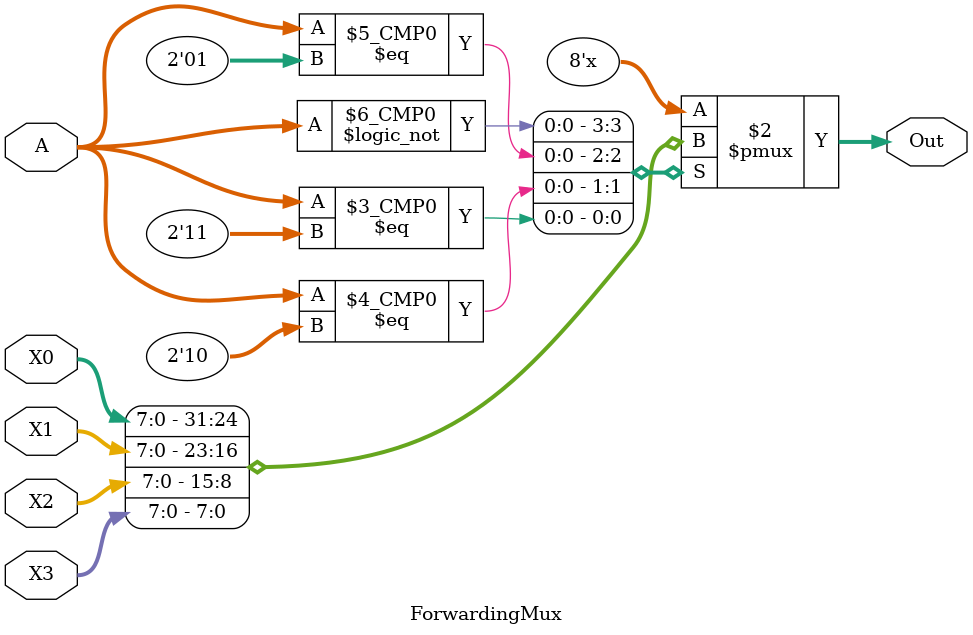
<source format=v>
module ForwardingMux(A,X0,X1,X2,X3,Out);
input [1:0] A;
input [7:0] X3,X2,X1,X0;
output [7:0] Out;

reg [7:0] Out;

always@(A,X3,X2,X1,X0)
begin
case(A)
	2'b00:
		Out<=X0;
	2'b01:
		Out<=X1;
	2'b10:
		Out<=X2;
	2'b11:
		Out<=X3;
endcase
end
endmodule
</source>
